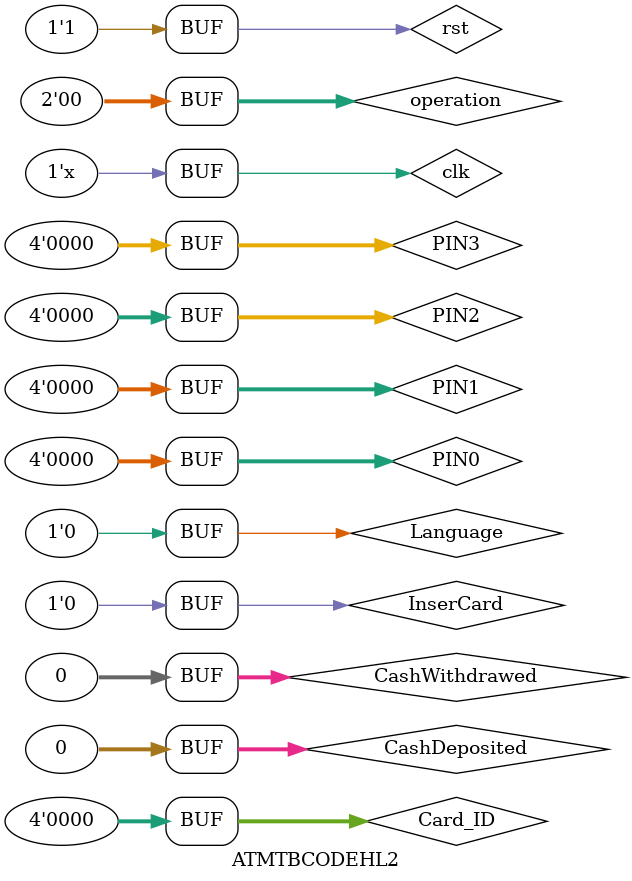
<source format=v>
`include "ATMCODEHL2.v"
module ATMTBCODEHL2;
    reg clk;
    reg rst;
    reg InserCard;
    reg Language;
    reg [3:0] Card_ID;
    reg [3:0] PIN0;
    reg [3:0] PIN1;
    reg [3:0] PIN2;
    reg [3:0] PIN3;
    reg [31:0] CashDeposited;
    reg [31:0] CashWithdrawed;
    reg [1:0] operation;

    wire [3:0] CurrentState, NextState;

    wire ValidPassword;
    wire AmountToWithdraw;
    wire AmountRequested;
    
     ATMCODEHL2 atm (
    .clk(clk),
    .rst(rst),
    .InserCard(InserCard),
    .Language(Language),
    .Card_ID(Card_ID),
    .PIN0(PIN0),
    .PIN1(PIN1),
    .PIN2(PIN2),
    .PIN3(PIN3),
    .CashDeposited(CashDeposited),
    .CashWithdrawed(CashWithdrawed),
    .operation(operation),
    .CurrentState(CurrentState),
    .NextState(NextState),
    .ValidPassword(ValidPassword),
    .AmountToWithdraw(AmountToWithdraw),
    .AmountRequested(AmountRequested)
  );
     // Clock generation
  always
    #1 clk = ~clk;
  
  // Initialize inputs
  initial begin
    clk = 0;
    rst = 1;
    InserCard = 0;
    Language = 0;
    Card_ID = 0;
    PIN0 = 0;
    PIN1 = 0;
    PIN2 = 0;
    PIN3 = 0;
    CashDeposited = 0;
    CashWithdrawed = 0;
    operation = 0;
    #10 rst = 0;#15
    // Direct Test Cases

    // card id = 0
    // Test case 1
    rst = 0;
    InserCard = 1;
    Language = 0;
    Card_ID = 0;
    PIN0 = 0;
    PIN1 = 0;
    PIN2 = 0;
    PIN3 = 0;
    CashDeposited = 0;
    CashWithdrawed = 0;
    operation = 0;
    #15;
    rst = 1;
    InserCard = 0;
    Language = 0;
    Card_ID = 0;
    PIN0 = 0;
    PIN1 = 0;
    PIN2 = 0;
    PIN3 = 0;
    CashDeposited = 0;
    CashWithdrawed = 0;
    operation = 0;
    #15;

    // balances shown
    // Test Case 2
    rst = 0;
    InserCard = 1;
    Card_ID = 1;
    PIN0 = 1;
    PIN1 = 1;
    PIN2 = 1;
    PIN3 = 1;
    Language = 1;
    operation = 0;
    #14;

    rst = 1;
    InserCard = 0;
    Language = 0;
    Card_ID = 0;
    PIN0 = 0;
    PIN1 = 0;
    PIN2 = 0;
    PIN3 = 0;
    CashDeposited = 0;
    CashWithdrawed = 0;
    operation = 0;
    #15;

    // cash depositied
    // Test Case 3
    rst = 0;
    InserCard = 1;
    Card_ID = 2;
    PIN0 = 2;
    PIN1 = 2;
    PIN2 = 2;
    PIN3 = 2;
    Language = 1;
    operation = 1;
    CashDeposited = 100;
    #14;

    rst = 1;
    InserCard = 0;
    Language = 0;
    Card_ID = 0;
    PIN0 = 0;
    PIN1 = 0;
    PIN2 = 0;
    PIN3 = 0;
    CashDeposited = 0;
    CashWithdrawed = 0;
    operation = 0;
    #15;
    

    //cash withdrawel
    // Test Case 4
    rst = 0;
    InserCard = 1;
    Card_ID = 3;
    PIN0 = 3;
    PIN1 = 3;
    PIN2 = 3;
    PIN3 = 3;
    Language = 1;
    operation = 2;
    CashWithdrawed = 200;
    #14;

    rst = 1;
    InserCard = 0;
    Language = 0;
    Card_ID = 0;
    PIN0 = 0;
    PIN1 = 0;
    PIN2 = 0;
    PIN3 = 0;
    CashDeposited = 0;
    CashWithdrawed = 0;
    operation = 0;
    #15;
    
    // operation default 
    // Test Case 5
    rst = 0;
    InserCard = 1;
    Card_ID = 4;
    PIN0 = 4;
    PIN1 = 4;
    PIN2 = 4;
    PIN3 = 4;
    Language = 1;
    operation = 3;
    #15;

    rst = 1;
    InserCard = 0;
    Language = 0;
    Card_ID = 0;
    PIN0 = 0;
    PIN1 = 0;
    PIN2 = 0;
    PIN3 = 0;
    CashDeposited = 0;
    CashWithdrawed = 0;
    operation = 0;
    #15;

    // cashdeposited = 0
    // Test Case 6
    rst = 0;
    InserCard = 1;
    Card_ID = 4;
    PIN0 = 4;
    PIN1 = 4;
    PIN2 = 4;
    PIN3 = 4;
    Language = 1;
    operation = 1;
    CashDeposited = 0;
    #15;

    rst = 1;
    InserCard = 0;
    Card_ID = 0;
    PIN0 = 0;
    PIN1 = 0;
    PIN2 = 0;
    PIN3 = 0;
    CashDeposited = 0;
    CashWithdrawed = 0;
    operation = 0;
    #15;

    // cashwithdrawed = 0
    // Test Case 7
    rst = 0;
    InserCard = 1;
    Card_ID = 4;
    PIN0 = 4;
    PIN1 = 4;
    PIN2 = 4;
    PIN3 = 4;
    Language = 1;
    operation = 2;
    CashWithdrawed = 0;
    #15;

    rst = 1;
    InserCard = 0;
    Language = 0;
    Card_ID = 0;
    PIN0 = 0;
    PIN1 = 0;
    PIN2 = 0;
    PIN3 = 0;
    CashDeposited = 0;
    CashWithdrawed = 0;
    operation = 0;
    #15;

    // cashwithdrawed > balance
    // Test Case 7
    rst = 0;
    InserCard = 1;
    Card_ID = 4;
    PIN0 = 4;
    PIN1 = 4;
    PIN2 = 4;
    PIN3 = 4;
    Language = 1;
    operation = 2;
    CashWithdrawed = 4294967295;
    #15;

    rst = 1;
    InserCard = 0;
    Language = 0;
    Card_ID = 0;
    PIN0 = 0;
    PIN1 = 0;
    PIN2 = 0;
    PIN3 = 0;
    CashDeposited = 0;
    CashWithdrawed = 0;
    operation = 0;
    #15;

    // card_id = database
    // Test Case 8
    rst = 0;
    InserCard = 1;
    Card_ID = 5;
    PIN0 = 5;
    PIN1 = 5;
    PIN2 = 5;
    PIN3 = 5;
    Language = 1;
    operation = 0;
    #15;

    // Reset inputs for the next test case
    rst = 1;
    InserCard = 0;
    Language = 0;
    Card_ID = 0;
    PIN0 = 0;
    PIN1 = 0;
    PIN2 = 0;
    PIN3 = 0;
    CashDeposited = 0;
    CashWithdrawed = 0;
    operation = 0;
    #15;

    // language = 0
    // Test Case 9
    rst = 0;
    InserCard = 1;
    Card_ID = 5;
    PIN0 = 5;
    PIN1 = 5;
    PIN2 = 5;
    PIN3 = 5;
    Language = 0;
    operation = 0;
    #15;

    // Reset inputs for the next test case
    rst = 1;
    InserCard = 0;
    Language = 0;
    Card_ID = 0;
    PIN0 = 0;
    PIN1 = 0;
    PIN2 = 0;
    PIN3 = 0;
    CashDeposited = 0;
    CashWithdrawed = 0;
    operation = 0;
    #15;

    // pin i s wrong
    // Test Case 10
    rst = 0;
    InserCard = 1;
    Card_ID = 3;
    PIN0 = 5;
    PIN1 = 5;
    PIN2 = 5;
    PIN3 = 5;
    Language = 1;
    operation = 0;
    #15;

    // Reset inputs for the next test case
    rst = 1;
    InserCard = 0;
    Language = 0;
    Card_ID = 0;
    PIN0 = 0;
    PIN1 = 0;
    PIN2 = 0;
    PIN3 = 0;
    CashDeposited = 0;
    CashWithdrawed = 0;
    operation = 0;
    #15;

    // cashdepositied for toggle
    // Test Case 11
    rst = 0;
    InserCard = 1;
    Card_ID = 4;
    PIN0 = 4;
    PIN1 = 4;
    PIN2 = 4;
    PIN3 = 4;
    Language = 1;
    operation = 2;
    CashDeposited = 4294967295;
    #15;

    rst = 1;
    InserCard = 0;
    Language = 0;
    Card_ID = 0;
    PIN0 = 0;
    PIN1 = 0;
    PIN2 = 0;
    PIN3 = 0;
    CashDeposited = 0;
    CashWithdrawed = 0;
    operation = 0;
    #16;

    // Random Test Cases
    // Test Case 6
    repeat (5) begin
    #10;
    rst = 0;
    InserCard = $random%2;
    Card_ID = $random%5;
    PIN0 = $random%5;
    PIN1 = $random%5;
    PIN2 = $random%5;
    PIN3 = $random%5;
    Language = $random%2;
    operation = $random%4;
    #10;
    rst = 1;
    InserCard = 0;
    Language = 0;
    Card_ID = 0;
    PIN0 = 0;
    PIN1 = 0;
    PIN2 = 0;
    PIN3 = 0;
    CashDeposited = 0;
    CashWithdrawed = 0;
    operation = 0;
   end
  end
// psl assert always((rst == 1) -> next(CurrentState == 4'b0000))@(posedge clk);
// psl assert always((rst == 0) -> next(CurrentState == NextState))@(negedge rst);
// psl assert always(((CurrentState == 4'b0001)&&(Language == 1))->next(CurrentState == 4'b0010))@(posedge clk);
// psl assert always(((ValidPassword == 1)&&(rst == 0)&&(CurrentState == 4'b0010))->next(CurrentState == 4'b0011))@(posedge clk);
// assert always()
    initial 
    begin
      $monitor("time: %d, clk: %b, rst: %b, InserCard: %b, Language: %b, Card_ID: %b, PIN0: %b, PIN1: %b, PIN2: %b, PIN3: %b, CashDeposited: %b, CashWithdrawed: %b, operation: %b, CurrentState: %b, NextState: %b, ValidPassword: %b, AmountToWithdraw: %b, AmountRequested: %b",
                $time, clk, rst, InserCard, Language, Card_ID, PIN0, PIN1, PIN2, PIN3, CashDeposited, CashWithdrawed, operation, CurrentState, NextState, ValidPassword, AmountToWithdraw, AmountRequested); 
  end
       
endmodule

</source>
